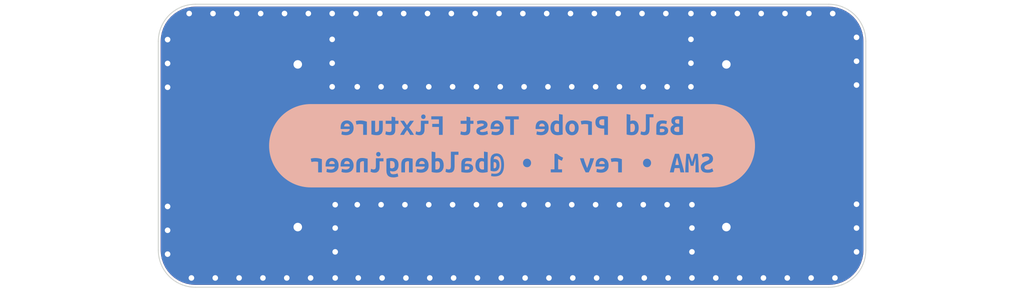
<source format=kicad_pcb>
(kicad_pcb (version 20240108) (generator "pcbnew") (generator_version "8.0")
  (title_block (title "Bald Probe Test Fixture (SMA)") (date "2024-07-05") (rev "1") (company "@baldengineer"))
  (layers (0 "F.Cu" signal) (31 "B.Cu" signal) (34 "B.Paste" user) (35 "F.Paste" user) (36 "B.SilkS" user "B.Silkscreen") (37 "F.SilkS" user "F.Silkscreen") (38 "B.Mask" user) (39 "F.Mask" user) (44 "Edge.Cuts" user))
  (net 0 "")
  (net 1 "GND")
  (net 2 "/thru_trace")
  (footprint "Connector_Coaxial:SMA_Molex_73251-1153_EdgeMount_Horizontal" (layer "F.Cu") (at 141.53 93.98 180)
    (property "Reference" "J2" (hide yes))
    (property "Value" "SMA_OUT" (hide yes))
    (pad "1" smd rect (at -1.72 0 180) (size 5.08 2.29) (layers "F.Cu" "F.Paste" "F.Mask") (net 2 "/thru_trace"))
    (pad "2" smd rect (at -1.72 -4.38 180) (size 5.08 2.42) (layers "F.Cu" "F.Paste" "F.Mask") (net 1 "GND"))
    (pad "2" smd rect (at -1.72 -4.38 180) (size 5.08 2.42) (layers "B.Cu" "B.Paste" "B.Mask") (net 1 "GND"))
    (pad "2" smd rect (at -1.72 4.38 180) (size 5.08 2.42) (layers "F.Cu" "F.Paste" "F.Mask") (net 1 "GND"))
    (pad "2" smd rect (at -1.72 4.38 180) (size 5.08 2.42) (layers "B.Cu" "B.Paste" "B.Mask") (net 1 "GND"))
    (pad "2" smd rect (at 1.27 -4.38 180) (size 0.95 0.46) (layers "F.Cu") (net 1 "GND"))
    (pad "2" smd rect (at 1.27 -4.38 180) (size 0.95 0.46) (layers "B.Cu") (net 1 "GND"))
    (pad "2" smd rect (at 1.27 4.38 180) (size 0.95 0.46) (layers "F.Cu") (net 1 "GND"))
    (pad "2" smd rect (at 1.27 4.38 180) (size 0.95 0.46) (layers "B.Cu") (net 1 "GND"))
    (pad "2" thru_hole circle (at 1.72 -4.38 180) (size 0.97 0.97) (drill 0.46) (layers "*.Cu") (net 1 "GND"))
    (pad "2" thru_hole circle (at 1.72 4.38 180) (size 0.97 0.97) (drill 0.46) (layers "*.Cu") (net 1 "GND"))
  )
  (footprint "Connector_Coaxial:SMA_Molex_73251-1153_EdgeMount_Horizontal" (layer "F.Cu") (at 115.01 93.98)
    (property "Reference" "J1" (hide yes))
    (property "Value" "SMA_IN" (hide yes))
    (pad "1" smd rect (at -1.72 0) (size 5.08 2.29) (layers "F.Cu" "F.Paste" "F.Mask") (net 2 "/thru_trace"))
    (pad "2" smd rect (at -1.72 -4.38) (size 5.08 2.42) (layers "F.Cu" "F.Paste" "F.Mask") (net 1 "GND"))
    (pad "2" smd rect (at -1.72 -4.38) (size 5.08 2.42) (layers "B.Cu" "B.Paste" "B.Mask") (net 1 "GND"))
    (pad "2" smd rect (at -1.72 4.38) (size 5.08 2.42) (layers "F.Cu" "F.Paste" "F.Mask") (net 1 "GND"))
    (pad "2" smd rect (at -1.72 4.38) (size 5.08 2.42) (layers "B.Cu" "B.Paste" "B.Mask") (net 1 "GND"))
    (pad "2" smd rect (at 1.27 -4.38) (size 0.95 0.46) (layers "F.Cu") (net 1 "GND"))
    (pad "2" smd rect (at 1.27 -4.38) (size 0.95 0.46) (layers "B.Cu") (net 1 "GND"))
    (pad "2" smd rect (at 1.27 4.38) (size 0.95 0.46) (layers "F.Cu") (net 1 "GND"))
    (pad "2" smd rect (at 1.27 4.38) (size 0.95 0.46) (layers "B.Cu") (net 1 "GND"))
    (pad "2" thru_hole circle (at 1.72 -4.38) (size 0.97 0.97) (drill 0.46) (layers "*.Cu") (net 1 "GND"))
    (pad "2" thru_hole circle (at 1.72 4.38) (size 0.97 0.97) (drill 0.46) (layers "*.Cu") (net 1 "GND"))
  )
  (footprint "kibuzzard-66881A8D" (layer "B.Cu") (at 128.27 93.98 180)
    (property "Reference" "kibuzzard-66881A8D" (hide yes))
    (property "Value" "G***" (hide yes))
  )
  (gr_line (start 145.32 101.6) (end 111.22 101.6) (stroke (width 0.05)) (layer "Edge.Cuts"))
  (gr_arc (start 109.22 88.36) (mid 109.805786 86.945786) (end 111.22 86.36) (stroke (width 0.05)) (layer "Edge.Cuts"))
  (gr_arc (start 111.22 101.6) (mid 109.805786 101.014214) (end 109.22 99.6) (stroke (width 0.05)) (layer "Edge.Cuts"))
  (gr_line (start 109.22 99.6) (end 109.22 88.36) (stroke (width 0.05)) (layer "Edge.Cuts"))
  (gr_line (start 147.32 88.36) (end 147.32 99.6) (stroke (width 0.05)) (layer "Edge.Cuts"))
  (gr_line (start 111.22 86.36) (end 145.32 86.36) (stroke (width 0.05)) (layer "Edge.Cuts"))
  (gr_arc (start 147.32 99.6) (mid 146.734214 101.014214) (end 145.32 101.6) (stroke (width 0.05)) (layer "Edge.Cuts"))
  (gr_arc (start 145.32 86.36) (mid 146.734214 86.945786) (end 147.32 88.36) (stroke (width 0.05)) (layer "Edge.Cuts"))
  (via (at 118.583 90.805) (size 0.6) (drill 0.3) (layers "F.Cu" "B.Cu") (net 1))
  (via (at 134.0525 97.155) (size 0.6) (drill 0.3) (layers "F.Cu" "B.Cu") (net 1))
  (via (at 137.957 97.155) (size 0.6) (drill 0.3) (layers "F.Cu" "B.Cu") (net 1))
  (via (at 142.9695 86.86) (size 0.6) (drill 0.3) (layers "F.Cu" "B.Cu") (net 1))
  (via (at 131.4855 97.155) (size 0.6) (drill 0.3) (layers "F.Cu" "B.Cu") (net 1))
  (via (at 119.934 90.805) (size 0.6) (drill 0.3) (layers "F.Cu" "B.Cu") (net 1))
  (via (at 118.745 99.695) (size 0.6) (drill 0.3) (layers "F.Cu" "B.Cu") (net 1))
  (via (at 114.7325 86.86) (size 0.6) (drill 0.3) (layers "F.Cu" "B.Cu") (net 1))
  (via (at 146.82 97.128) (size 0.6) (drill 0.3) (layers "F.Cu" "B.Cu") (net 1))
  (via (at 122.4335 86.86) (size 0.6) (drill 0.3) (layers "F.Cu" "B.Cu") (net 1))
  (via (at 146.82 98.4115) (size 0.6) (drill 0.3) (layers "F.Cu" "B.Cu") (net 1))
  (via (at 134.1065 101.1) (size 0.6) (drill 0.3) (layers "F.Cu" "B.Cu") (net 1))
  (via (at 119.934 97.155) (size 0.6) (drill 0.3) (layers "F.Cu" "B.Cu") (net 1))
  (via (at 126.3515 97.155) (size 0.6) (drill 0.3) (layers "F.Cu" "B.Cu") (net 1))
  (via (at 109.72 88.265) (size 0.6) (drill 0.3) (layers "F.Cu" "B.Cu") (net 1))
  (via (at 135.2685 86.86) (size 0.6) (drill 0.3) (layers "F.Cu" "B.Cu") (net 1))
  (via (at 117.421 101.1) (size 0.6) (drill 0.3) (layers "F.Cu" "B.Cu") (net 1))
  (via (at 137.903 89.535) (size 0.6) (drill 0.3) (layers "F.Cu" "B.Cu") (net 1))
  (via (at 118.583 89.535) (size 0.6) (drill 0.3) (layers "F.Cu" "B.Cu") (net 1))
  (via (at 132.823 101.1) (size 0.6) (drill 0.3) (layers "F.Cu" "B.Cu") (net 1))
  (via (at 139.119 86.86) (size 0.6) (drill 0.3) (layers "F.Cu" "B.Cu") (net 1))
  (via (at 127.635 97.155) (size 0.6) (drill 0.3) (layers "F.Cu" "B.Cu") (net 1))
  (via (at 127.635 90.805) (size 0.6) (drill 0.3) (layers "F.Cu" "B.Cu") (net 1))
  (via (at 132.7015 86.86) (size 0.6) (drill 0.3) (layers "F.Cu" "B.Cu") (net 1))
  (via (at 118.583 88.2515) (size 0.6) (drill 0.3) (layers "F.Cu" "B.Cu") (net 1))
  (via (at 121.15 86.86) (size 0.6) (drill 0.3) (layers "F.Cu" "B.Cu") (net 1))
  (via (at 137.957 98.4115) (size 0.6) (drill 0.3) (layers "F.Cu" "B.Cu") (net 1))
  (via (at 135.336 97.155) (size 0.6) (drill 0.3) (layers "F.Cu" "B.Cu") (net 1))
  (via (at 137.957 99.695) (size 0.6) (drill 0.3) (layers "F.Cu" "B.Cu") (net 1))
  (via (at 136.552 86.86) (size 0.6) (drill 0.3) (layers "F.Cu" "B.Cu") (net 1))
  (via (at 113.449 86.86) (size 0.6) (drill 0.3) (layers "F.Cu" "B.Cu") (net 1))
  (via (at 125.0005 86.86) (size 0.6) (drill 0.3) (layers "F.Cu" "B.Cu") (net 1))
  (via (at 109.72 97.2495) (size 0.6) (drill 0.3) (layers "F.Cu" "B.Cu") (net 1))
  (via (at 126.284 86.86) (size 0.6) (drill 0.3) (layers "F.Cu" "B.Cu") (net 1))
  (via (at 118.745 98.4115) (size 0.6) (drill 0.3) (layers "F.Cu" "B.Cu") (net 1))
  (via (at 112.287 101.1) (size 0.6) (drill 0.3) (layers "F.Cu" "B.Cu") (net 1))
  (via (at 132.769 90.805) (size 0.6) (drill 0.3) (layers "F.Cu" "B.Cu") (net 1))
  (via (at 118.745 97.155) (size 0.6) (drill 0.3) (layers "F.Cu" "B.Cu") (net 1))
  (via (at 130.202 90.805) (size 0.6) (drill 0.3) (layers "F.Cu" "B.Cu") (net 1))
  (via (at 118.583 86.86) (size 0.6) (drill 0.3) (layers "F.Cu" "B.Cu") (net 1))
  (via (at 128.9185 97.155) (size 0.6) (drill 0.3) (layers "F.Cu" "B.Cu") (net 1))
  (via (at 143.091 101.1) (size 0.6) (drill 0.3) (layers "F.Cu" "B.Cu") (net 1))
  (via (at 140.524 101.1) (size 0.6) (drill 0.3) (layers "F.Cu" "B.Cu") (net 1))
  (via (at 126.4055 101.1) (size 0.6) (drill 0.3) (layers "F.Cu" "B.Cu") (net 1))
  (via (at 133.985 86.86) (size 0.6) (drill 0.3) (layers "F.Cu" "B.Cu") (net 1))
  (via (at 141.8075 101.1) (size 0.6) (drill 0.3) (layers "F.Cu" "B.Cu") (net 1))
  (via (at 130.202 97.155) (size 0.6) (drill 0.3) (layers "F.Cu" "B.Cu") (net 1))
  (via (at 141.686 86.86) (size 0.6) (drill 0.3) (layers "F.Cu" "B.Cu") (net 1))
  (via (at 116.016 86.86) (size 0.6) (drill 0.3) (layers "F.Cu" "B.Cu") (net 1))
  (via (at 146.82 88.1435) (size 0.6) (drill 0.3) (layers "F.Cu" "B.Cu") (net 1))
  (via (at 128.9185 90.805) (size 0.6) (drill 0.3) (layers "F.Cu" "B.Cu") (net 1))
  (via (at 134.0525 90.805) (size 0.6) (drill 0.3) (layers "F.Cu" "B.Cu") (net 1))
  (via (at 128.851 86.86) (size 0.6) (drill 0.3) (layers "F.Cu" "B.Cu") (net 1))
  (via (at 130.1345 86.86) (size 0.6) (drill 0.3) (layers "F.Cu" "B.Cu") (net 1))
  (via (at 119.988 101.1) (size 0.6) (drill 0.3) (layers "F.Cu" "B.Cu") (net 1))
  (via (at 131.4855 90.805) (size 0.6) (drill 0.3) (layers "F.Cu" "B.Cu") (net 1))
  (via (at 121.2175 97.155) (size 0.6) (drill 0.3) (layers "F.Cu" "B.Cu") (net 1))
  (via (at 140.4025 86.86) (size 0.6) (drill 0.3) (layers "F.Cu" "B.Cu") (net 1))
  (via (at 117.2995 86.86) (size 0.6) (drill 0.3) (layers "F.Cu" "B.Cu") (net 1))
  (via (at 128.9725 101.1) (size 0.6) (drill 0.3) (layers "F.Cu" "B.Cu") (net 1))
  (via (at 144.253 86.86) (size 0.6) (drill 0.3) (layers "F.Cu" "B.Cu") (net 1))
  (via (at 146.82 99.695) (size 0.6) (drill 0.3) (layers "F.Cu" "B.Cu") (net 1))
  (via (at 146.82 90.7105) (size 0.6) (drill 0.3) (layers "F.Cu" "B.Cu") (net 1))
  (via (at 135.336 90.805) (size 0.6) (drill 0.3) (layers "F.Cu" "B.Cu") (net 1))
  (via (at 116.1375 101.1) (size 0.6) (drill 0.3) (layers "F.Cu" "B.Cu") (net 1))
  (via (at 136.6195 97.155) (size 0.6) (drill 0.3) (layers "F.Cu" "B.Cu") (net 1))
  (via (at 126.3515 90.805) (size 0.6) (drill 0.3) (layers "F.Cu" "B.Cu") (net 1))
  (via (at 144.3745 101.1) (size 0.6) (drill 0.3) (layers "F.Cu" "B.Cu") (net 1))
  (via (at 119.8665 86.86) (size 0.6) (drill 0.3) (layers "F.Cu" "B.Cu") (net 1))
  (via (at 113.5705 101.1) (size 0.6) (drill 0.3) (layers "F.Cu" "B.Cu") (net 1))
  (via (at 139.2405 101.1) (size 0.6) (drill 0.3) (layers "F.Cu" "B.Cu") (net 1))
  (via (at 110.882 86.86) (size 0.6) (drill 0.3) (layers "F.Cu" "B.Cu") (net 1))
  (via (at 137.903 88.2515) (size 0.6) (drill 0.3) (layers "F.Cu" "B.Cu") (net 1))
  (via (at 145.658 101.1) (size 0.6) (drill 0.3) (layers "F.Cu" "B.Cu") (net 1))
  (via (at 123.7845 90.805) (size 0.6) (drill 0.3) (layers "F.Cu" "B.Cu") (net 1))
  (via (at 114.854 101.1) (size 0.6) (drill 0.3) (layers "F.Cu" "B.Cu") (net 1))
  (via (at 122.501 97.155) (size 0.6) (drill 0.3) (layers "F.Cu" "B.Cu") (net 1))
  (via (at 121.2715 101.1) (size 0.6) (drill 0.3) (layers "F.Cu" "B.Cu") (net 1))
  (via (at 131.418 86.86) (size 0.6) (drill 0.3) (layers "F.Cu" "B.Cu") (net 1))
  (via (at 122.501 90.805) (size 0.6) (drill 0.3) (layers "F.Cu" "B.Cu") (net 1))
  (via (at 125.068 97.155) (size 0.6) (drill 0.3) (layers "F.Cu" "B.Cu") (net 1))
  (via (at 131.5395 101.1) (size 0.6) (drill 0.3) (layers "F.Cu" "B.Cu") (net 1))
  (via (at 109.72 99.8165) (size 0.6) (drill 0.3) (layers "F.Cu" "B.Cu") (net 1))
  (via (at 109.72 90.832) (size 0.6) (drill 0.3) (layers "F.Cu" "B.Cu") (net 1))
  (via (at 127.5675 86.86) (size 0.6) (drill 0.3) (layers "F.Cu" "B.Cu") (net 1))
  (via (at 136.6735 101.1) (size 0.6) (drill 0.3) (layers "F.Cu" "B.Cu") (net 1))
  (via (at 137.957 101.1) (size 0.6) (drill 0.3) (layers "F.Cu" "B.Cu") (net 1))
  (via (at 130.256 101.1) (size 0.6) (drill 0.3) (layers "F.Cu" "B.Cu") (net 1))
  (via (at 109.72 89.5485) (size 0.6) (drill 0.3) (layers "F.Cu" "B.Cu") (net 1))
  (via (at 109.72 98.533) (size 0.6) (drill 0.3) (layers "F.Cu" "B.Cu") (net 1))
  (via (at 118.745 101.1) (size 0.6) (drill 0.3) (layers "F.Cu" "B.Cu") (net 1))
  (via (at 127.689 101.1) (size 0.6) (drill 0.3) (layers "F.Cu" "B.Cu") (net 1))
  (via (at 137.903 90.805) (size 0.6) (drill 0.3) (layers "F.Cu" "B.Cu") (net 1))
  (via (at 136.6195 90.805) (size 0.6) (drill 0.3) (layers "F.Cu" "B.Cu") (net 1))
  (via (at 145.5365 86.86) (size 0.6) (drill 0.3) (layers "F.Cu" "B.Cu") (net 1))
  (via (at 112.1655 86.86) (size 0.6) (drill 0.3) (layers "F.Cu" "B.Cu") (net 1))
  (via (at 125.122 101.1) (size 0.6) (drill 0.3) (layers "F.Cu" "B.Cu") (net 1))
  (via (at 135.39 101.1) (size 0.6) (drill 0.3) (layers "F.Cu" "B.Cu") (net 1))
  (via (at 125.068 90.805) (size 0.6) (drill 0.3) (layers "F.Cu" "B.Cu") (net 1))
  (via (at 123.7845 97.155) (size 0.6) (drill 0.3) (layers "F.Cu" "B.Cu") (net 1))
  (via (at 132.769 97.155) (size 0.6) (drill 0.3) (layers "F.Cu" "B.Cu") (net 1))
  (via (at 122.555 101.1) (size 0.6) (drill 0.3) (layers "F.Cu" "B.Cu") (net 1))
  (via (at 121.2175 90.805) (size 0.6) (drill 0.3) (layers "F.Cu" "B.Cu") (net 1))
  (via (at 123.8385 101.1) (size 0.6) (drill 0.3) (layers "F.Cu" "B.Cu") (net 1))
  (via (at 123.717 86.86) (size 0.6) (drill 0.3) (layers "F.Cu" "B.Cu") (net 1))
  (via (at 111.0035 101.1) (size 0.6) (drill 0.3) (layers "F.Cu" "B.Cu") (net 1))
  (via (at 146.82 89.427) (size 0.6) (drill 0.3) (layers "F.Cu" "B.Cu") (net 1))
  (via (at 137.903 86.86) (size 0.6) (drill 0.3) (layers "F.Cu" "B.Cu") (net 1))
  (segment (start 112.522 93.98) (end 144.012 93.98) (width 2.45) (layer "F.Cu") (net 2))
  (zone (net 1) (net_name "GND") (layers "F&B.Cu") (connect_pads yes (clearance 0.1524)) (min_thickness 0.1524) (fill yes (thermal_gap 0.5) (thermal_bridge_width 0.5))
    (polygon (pts (xy 147.32 86.36) (xy 147.32 101.6) (xy 109.22 101.6) (xy 109.22 86.36)))
  )
)
</source>
